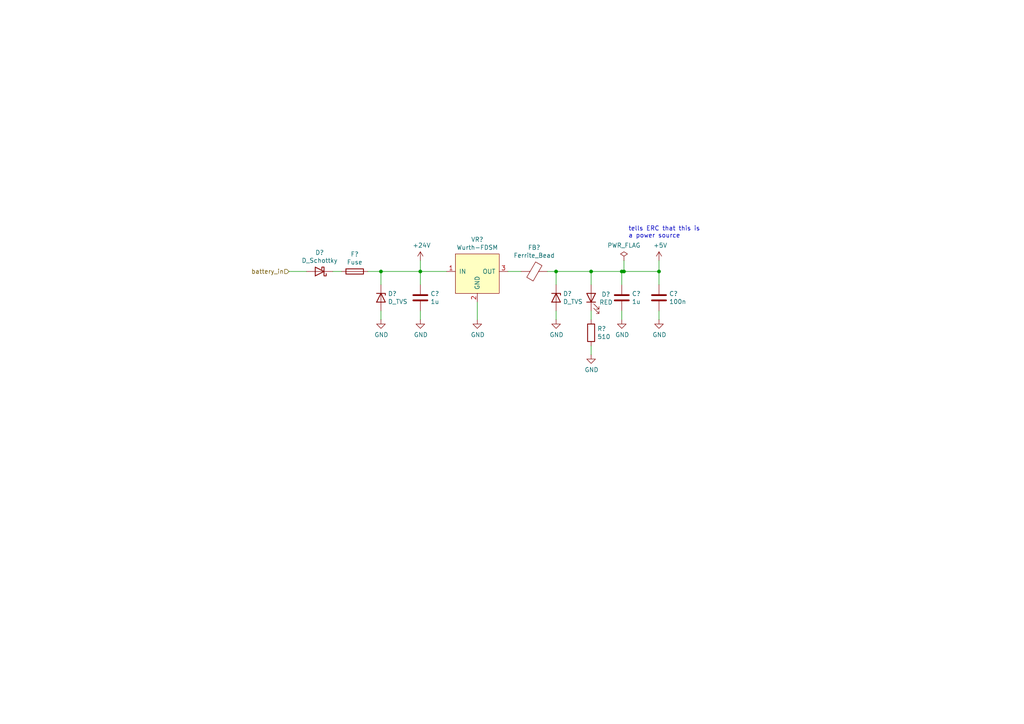
<source format=kicad_sch>
(kicad_sch (version 20250114) (generator "eeschema") (generator_version "9.0")
  (paper "A4")
  (title_block (title "Schematic Blocks") (date "2019-12-05") (rev "1.1") (company "KTH Formula Student") (comment 1 " - ") (comment 2 "Emil Nordahl") (comment 3 "emil.nordahl@kthformulastudent.se") (comment 4 "Top page"))
  (lib_symbols
    (symbol "Device:C" (pin_numbers (hide yes)) (pin_names (offset 0.254))
      (property "Reference" "C" (at 0.635 2.54 0))
      (property "Value" "C" (at 0.635 -2.54 0))
      (symbol "C_0_1"
        (polyline (pts (xy -2.032 0.762) (xy 2.032 0.762)) (stroke (width 0.508)))
        (polyline (pts (xy -2.032 -0.762) (xy 2.032 -0.762)) (stroke (width 0.508)))
      )
      (symbol "C_1_1"
        (pin passive line (at 0 3.81 270) (length 2.794) (name "~") (number "1"))
        (pin passive line (at 0 -3.81 90) (length 2.794) (name "~") (number "2"))
      )
    )
    (symbol "Device:D_Schottky" (pin_numbers (hide yes)) (pin_names (offset 1.016) (hide yes))
      (property "Reference" "D" (at 0 2.54 0))
      (property "Value" "D_Schottky" (at 0 -2.54 0))
      (symbol "D_Schottky_0_1"
        (polyline (pts (xy -1.905 0.635) (xy -1.905 1.27) (xy -1.27 1.27) (xy -1.27 -1.27) (xy -0.635 -1.27) (xy -0.635 -0.635)) (stroke (width 0.254)))
        (polyline (pts (xy 1.27 1.27) (xy 1.27 -1.27) (xy -1.27 0) (xy 1.27 1.27)) (stroke (width 0.254)))
        (polyline (pts (xy 1.27 0) (xy -1.27 0)))
      )
      (symbol "D_Schottky_1_1"
        (pin passive line (at -3.81 0 0) (length 2.54) (name "K") (number "1"))
        (pin passive line (at 3.81 0 180) (length 2.54) (name "A") (number "2"))
      )
    )
    (symbol "Device:D_Zener" (pin_numbers (hide yes)) (pin_names (offset 1.016) (hide yes))
      (property "Reference" "D" (at 0 2.54 0))
      (property "Value" "D_Zener" (at 0 -2.54 0))
      (symbol "D_Zener_0_1"
        (polyline (pts (xy -1.27 -1.27) (xy -1.27 1.27) (xy -0.762 1.27)) (stroke (width 0.254)))
        (polyline (pts (xy 1.27 0) (xy -1.27 0)))
        (polyline (pts (xy 1.27 -1.27) (xy 1.27 1.27) (xy -1.27 0) (xy 1.27 -1.27)) (stroke (width 0.254)))
      )
      (symbol "D_Zener_1_1"
        (pin passive line (at -3.81 0 0) (length 2.54) (name "K") (number "1"))
        (pin passive line (at 3.81 0 180) (length 2.54) (name "A") (number "2"))
      )
    )
    (symbol "Device:Fuse" (pin_numbers (hide yes)) (pin_names (offset 0))
      (property "Reference" "F" (at 2.032 0 90))
      (property "Value" "Fuse" (at -1.905 0 90))
      (symbol "Fuse_0_1"
        (rectangle (start -0.762 -2.54) (end 0.762 2.54) (stroke (width 0.254)))
        (polyline (pts (xy 0 2.54) (xy 0 -2.54)))
      )
      (symbol "Fuse_1_1"
        (pin passive line (at 0 3.81 270) (length 1.27) (name "~") (number "1"))
        (pin passive line (at 0 -3.81 90) (length 1.27) (name "~") (number "2"))
      )
    )
    (symbol "Device:LED" (pin_numbers (hide yes)) (pin_names (offset 1.016) (hide yes))
      (property "Reference" "D" (at 0 2.54 0))
      (property "Value" "LED" (at 0 -2.54 0))
      (symbol "LED_0_1"
        (polyline (pts (xy -3.048 -0.762) (xy -4.572 -2.286) (xy -3.81 -2.286) (xy -4.572 -2.286) (xy -4.572 -1.524)))
        (polyline (pts (xy -1.778 -0.762) (xy -3.302 -2.286) (xy -2.54 -2.286) (xy -3.302 -2.286) (xy -3.302 -1.524)))
        (polyline (pts (xy -1.27 0) (xy 1.27 0)))
        (polyline (pts (xy -1.27 -1.27) (xy -1.27 1.27)) (stroke (width 0.254)))
        (polyline (pts (xy 1.27 -1.27) (xy 1.27 1.27) (xy -1.27 0) (xy 1.27 -1.27)) (stroke (width 0.254)))
      )
      (symbol "LED_1_1"
        (pin passive line (at -3.81 0 0) (length 2.54) (name "K") (number "1"))
        (pin passive line (at 3.81 0 180) (length 2.54) (name "A") (number "2"))
      )
    )
    (symbol "Device:R" (pin_numbers (hide yes)) (pin_names (offset 0))
      (property "Reference" "R" (at 2.032 0 90))
      (property "Value" "R" (at 0 0 90))
      (symbol "R_0_1"
        (rectangle (start -1.016 -2.54) (end 1.016 2.54) (stroke (width 0.254)))
      )
      (symbol "R_1_1"
        (pin passive line (at 0 3.81 270) (length 1.27) (name "~") (number "1"))
        (pin passive line (at 0 -3.81 90) (length 1.27) (name "~") (number "2"))
      )
    )
    (symbol "KTHFS:Wurth-FDSM" (pin_names (offset 1.016))
      (property "Reference" "VR" (at -5.08 6.35 0))
      (property "Value" "Wurth-FDSM" (at 0 3.81 0))
      (symbol "Wurth-FDSM_0_1"
        (rectangle (start 6.35 5.08) (end -6.35 -6.35) (fill (type background)))
      )
      (symbol "Wurth-FDSM_1_1"
        (pin power_in line (at -8.89 0 0) (length 2.54) (name "IN") (number "1"))
        (pin power_in line (at 0 -8.89 90) (length 2.54) (name "GND") (number "2"))
        (pin power_out line (at 8.89 0 180) (length 2.54) (name "OUT") (number "3"))
      )
    )
    (symbol "blocks-rescue:Ferrite_Bead-Device" (pin_numbers (hide yes)) (pin_names (offset 0))
      (property "Reference" "FB" (at -3.81 0.635 90))
      (property "Value" "Device_Ferrite_Bead" (at 3.81 0 90))
      (symbol "Ferrite_Bead-Device_0_1"
        (polyline (pts (xy -2.7686 0.4064) (xy -1.7018 2.2606) (xy 2.7686 -0.3048) (xy 1.6764 -2.159) (xy -2.7686 0.4064)))
        (polyline (pts (xy 0 1.27) (xy 0 1.2954)))
        (polyline (pts (xy 0 -1.27) (xy 0 -1.2192)))
      )
      (symbol "Ferrite_Bead-Device_1_1"
        (pin passive line (at 0 3.81 270) (length 2.54) (name "~") (number "1"))
        (pin passive line (at 0 -3.81 90) (length 2.54) (name "~") (number "2"))
      )
    )
    (symbol "power:+24V" (power) (pin_numbers (hide yes)) (pin_names (offset 0) (hide yes))
      (property "Value" "+24V" (at 0 3.556 0))
      (symbol "+24V_0_1"
        (polyline (pts (xy -0.762 1.27) (xy 0 2.54)))
        (polyline (pts (xy 0 2.54) (xy 0.762 1.27)))
        (polyline (pts (xy 0 0) (xy 0 2.54)))
      )
      (symbol "+24V_1_1"
        (pin power_in line (at 0 0 90) (length 0) (name "~") (number "1"))
      )
    )
    (symbol "power:+5V" (power) (pin_names (offset 0))
      (property "Value" "+5V" (at 0 3.556 0))
      (symbol "+5V_0_1"
        (polyline (pts (xy -0.762 1.27) (xy 0 2.54)))
        (polyline (pts (xy 0 2.54) (xy 0.762 1.27)))
        (polyline (pts (xy 0 0) (xy 0 2.54)))
      )
      (symbol "+5V_1_1"
        (pin power_in line (at 0 0 90) (length 0) (hide yes) (name "+5V") (number "1"))
      )
    )
    (symbol "power:GND" (power) (pin_numbers (hide yes)) (pin_names (offset 0) (hide yes))
      (property "Value" "GND" (at 0 -3.81 0))
      (symbol "GND_0_1"
        (polyline (pts (xy 0 0) (xy 0 -1.27) (xy 1.27 -1.27) (xy 0 -2.54) (xy -1.27 -1.27) (xy 0 -1.27)))
      )
      (symbol "GND_1_1"
        (pin power_in line (at 0 0 270) (length 0) (name "~") (number "1"))
      )
    )
    (symbol "power:PWR_FLAG" (power) (pin_numbers (hide yes)) (pin_names (offset 0) (hide yes))
      (property "Value" "PWR_FLAG" (at 0 3.81 0))
      (symbol "PWR_FLAG_0_0"
        (pin power_out line (at 0 0 90) (length 0) (name "~") (number "1"))
      )
      (symbol "PWR_FLAG_0_1"
        (polyline (pts (xy 0 0) (xy 0 1.27) (xy -1.016 1.905) (xy 0 2.54) (xy 1.016 1.905) (xy 0 1.27)))
      )
    )
  )
  (text "tells ERC that this is\na power source" (at 182.245 69.215 0) (effects (font (size 1.27 1.27)) (justify left bottom)))
  (junction (at 110.49 78.74))
  (junction (at 171.45 78.74))
  (junction (at 121.92 78.74))
  (junction (at 180.975 78.74))
  (junction (at 180.34 78.74))
  (junction (at 191.135 78.74))
  (junction (at 161.29 78.74))
  (wire (pts (xy 121.92 78.74) (xy 110.49 78.74)))
  (wire (pts (xy 191.135 75.565) (xy 191.135 78.74)))
  (wire (pts (xy 191.135 92.71) (xy 191.135 90.17)))
  (wire (pts (xy 191.135 78.74) (xy 180.975 78.74)))
  (wire (pts (xy 180.34 78.74) (xy 180.975 78.74)))
  (wire (pts (xy 161.29 92.71) (xy 161.29 90.17)))
  (wire (pts (xy 180.34 90.17) (xy 180.34 92.71)))
  (wire (pts (xy 110.49 92.71) (xy 110.49 90.17)))
  (wire (pts (xy 121.92 78.74) (xy 129.54 78.74)))
  (wire (pts (xy 121.92 92.71) (xy 121.92 90.17)))
  (wire (pts (xy 147.32 78.74) (xy 151.13 78.74)))
  (wire (pts (xy 121.92 82.55) (xy 121.92 78.74)))
  (wire (pts (xy 171.45 90.17) (xy 171.45 92.71)))
  (wire (pts (xy 180.34 82.55) (xy 180.34 78.74)))
  (wire (pts (xy 96.52 78.74) (xy 99.06 78.74)))
  (wire (pts (xy 158.75 78.74) (xy 161.29 78.74)))
  (wire (pts (xy 171.45 82.55) (xy 171.45 78.74)))
  (wire (pts (xy 171.45 78.74) (xy 180.34 78.74)))
  (wire (pts (xy 161.29 78.74) (xy 171.45 78.74)))
  (wire (pts (xy 83.82 78.74) (xy 88.9 78.74)))
  (wire (pts (xy 138.43 92.71) (xy 138.43 87.63)))
  (wire (pts (xy 110.49 78.74) (xy 106.68 78.74)))
  (wire (pts (xy 171.45 102.87) (xy 171.45 100.33)))
  (wire (pts (xy 161.29 78.74) (xy 161.29 82.55)))
  (wire (pts (xy 110.49 82.55) (xy 110.49 78.74)))
  (wire (pts (xy 121.92 75.565) (xy 121.92 78.74)))
  (wire (pts (xy 180.975 75.565) (xy 180.975 78.74)))
  (wire (pts (xy 191.135 82.55) (xy 191.135 78.74)))
  (hierarchical_label "battery_in" (shape input) (at 83.82 78.74 180))
  (symbol (lib_id "KTHFS:Wurth-FDSM") (at 138.43 78.74 0) (unit 1)
    (property "Reference" "VR?" (at 138.43 69.469 0))
    (property "Value" "Wurth-FDSM" (at 138.43 71.7804 0))
    (property "Footprint" "KTHFS:Wurth-FDSM" (effects (hide yes)))
    (property "Datasheet" "https://katalog.we-online.de/pm/datasheet/173010578.pdf" (effects (hide yes)))
  )
  (symbol (lib_id "Device:Fuse") (at 102.87 78.74 270) (unit 1)
    (property "Reference" "F?" (at 102.87 73.7362 90))
    (property "Value" "Fuse" (at 102.87 76.0476 90))
  )
  (symbol (lib_id "Device:D_Schottky") (at 92.71 78.74 180) (unit 1)
    (property "Reference" "D?" (at 92.71 73.2536 0))
    (property "Value" "D_Schottky" (at 92.71 75.565 0))
  )
  (symbol (lib_id "Device:D_Zener") (at 110.49 86.36 270) (unit 1)
    (property "Reference" "D?" (at 112.4966 85.1916 90) (effects (justify left)))
    (property "Value" "D_TVS" (at 112.4966 87.503 90) (effects (justify left)))
    (property "Description" "Zener diode" (effects (hide yes)))
  )
  (symbol (lib_id "Device:C") (at 121.92 86.36 0) (unit 1)
    (property "Reference" "C?" (at 124.841 85.1916 0) (effects (justify left)))
    (property "Value" "1u" (at 124.841 87.503 0) (effects (justify left)))
  )
  (symbol (lib_id "power:GND") (at 138.43 92.71 0) (unit 1)
    (property "Reference" "#PWR?" (effects (hide yes)))
    (property "Value" "GND" (at 138.557 97.1042 0))
    (property "Description" "Power symbol creates a global label with name \"GND\" , ground" (effects (hide yes)))
  )
  (symbol (lib_id "power:GND") (at 121.92 92.71 0) (unit 1)
    (property "Reference" "#PWR?" (effects (hide yes)))
    (property "Value" "GND" (at 122.047 97.1042 0))
    (property "Description" "Power symbol creates a global label with name \"GND\" , ground" (effects (hide yes)))
  )
  (symbol (lib_id "power:GND") (at 110.49 92.71 0) (unit 1)
    (property "Reference" "#PWR?" (effects (hide yes)))
    (property "Value" "GND" (at 110.617 97.1042 0))
    (property "Description" "Power symbol creates a global label with name \"GND\" , ground" (effects (hide yes)))
  )
  (symbol (lib_id "Device:C") (at 180.34 86.36 0) (unit 1)
    (property "Reference" "C?" (at 183.261 85.1916 0) (effects (justify left)))
    (property "Value" "1u" (at 183.261 87.503 0) (effects (justify left)))
  )
  (symbol (lib_id "power:+24V") (at 121.92 75.565 0) (unit 1)
    (property "Reference" "#PWR?" (effects (hide yes)))
    (property "Value" "+24V" (at 122.301 71.1708 0))
    (property "Description" "Power symbol creates a global label with name \"+24V\"" (effects (hide yes)))
  )
  (symbol (lib_id "power:+5V") (at 191.135 75.565 0) (unit 1)
    (property "Reference" "#PWR?" (effects (hide yes)))
    (property "Value" "+5V" (at 191.516 71.1708 0))
  )
  (symbol (lib_id "Device:C") (at 191.135 86.36 0) (unit 1)
    (property "Reference" "C?" (at 194.056 85.1916 0) (effects (justify left)))
    (property "Value" "100n" (at 194.056 87.503 0) (effects (justify left)))
  )
  (symbol (lib_id "power:GND") (at 161.29 92.71 0) (unit 1)
    (property "Reference" "#PWR?" (effects (hide yes)))
    (property "Value" "GND" (at 161.417 97.1042 0))
    (property "Description" "Power symbol creates a global label with name \"GND\" , ground" (effects (hide yes)))
  )
  (symbol (lib_id "power:GND") (at 180.34 92.71 0) (unit 1)
    (property "Reference" "#PWR?" (effects (hide yes)))
    (property "Value" "GND" (at 180.467 97.1042 0))
    (property "Description" "Power symbol creates a global label with name \"GND\" , ground" (effects (hide yes)))
  )
  (symbol (lib_id "power:GND") (at 191.135 92.71 0) (unit 1)
    (property "Reference" "#PWR?" (effects (hide yes)))
    (property "Value" "GND" (at 191.262 97.1042 0))
    (property "Description" "Power symbol creates a global label with name \"GND\" , ground" (effects (hide yes)))
  )
  (symbol (lib_id "power:PWR_FLAG") (at 180.975 75.565 0) (unit 1)
    (property "Reference" "#FLG?" (effects (hide yes)))
    (property "Value" "PWR_FLAG" (at 180.975 71.1708 0))
    (property "Description" "Special symbol for telling ERC where power comes from" (effects (hide yes)))
  )
  (symbol (lib_id "Device:LED") (at 171.45 86.36 90) (unit 1)
    (property "Reference" "D?" (at 174.4472 85.3694 90) (effects (justify right)))
    (property "Value" "RED" (at 173.8122 87.6808 90) (effects (justify right)))
  )
  (symbol (lib_id "Device:R") (at 171.45 96.52 0) (unit 1)
    (property "Reference" "R?" (at 173.228 95.3516 0) (effects (justify left)))
    (property "Value" "510" (at 173.228 97.663 0) (effects (justify left)))
  )
  (symbol (lib_id "blocks-rescue:Ferrite_Bead-Device") (at 154.94 78.74 270) (unit 1)
    (property "Reference" "FB?" (at 154.94 71.7804 90))
    (property "Value" "Ferrite_Bead" (at 154.94 74.0918 90))
  )
  (symbol (lib_id "power:GND") (at 171.45 102.87 0) (unit 1)
    (property "Reference" "#PWR?" (effects (hide yes)))
    (property "Value" "GND" (at 171.577 107.2642 0))
    (property "Description" "Power symbol creates a global label with name \"GND\" , ground" (effects (hide yes)))
  )
  (symbol (lib_id "Device:D_Zener") (at 161.29 86.36 270) (unit 1)
    (property "Reference" "D?" (at 163.2966 85.1916 90) (effects (justify left)))
    (property "Value" "D_TVS" (at 163.2966 87.503 90) (effects (justify left)))
    (property "Description" "Zener diode" (effects (hide yes)))
  )
)
</source>
